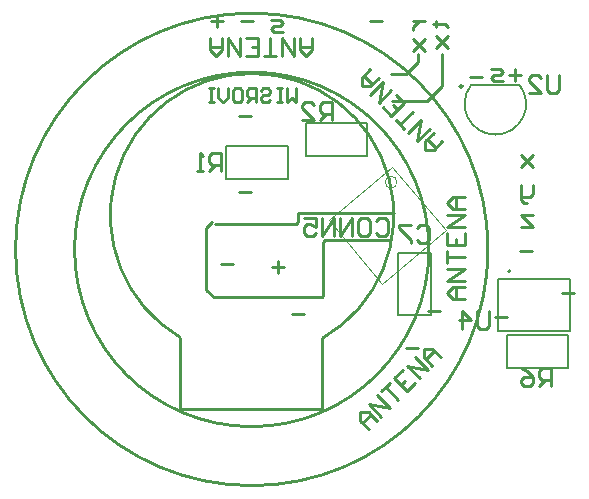
<source format=gbo>
G04 Layer_Color=32896*
%FSLAX24Y24*%
%MOIN*%
G70*
G01*
G75*
%ADD16C,0.0100*%
%ADD17C,0.0079*%
%ADD18C,0.0039*%
%ADD19C,0.0050*%
%ADD32C,0.0098*%
D16*
X4388Y1599D02*
G03*
X-380Y1625I-2362J4092D01*
G01*
X9890Y4550D02*
G03*
X9890Y4550I-7874J0D01*
G01*
X7921D02*
G03*
X7921Y4550I-5906J0D01*
G01*
X8350Y10000D02*
Y11050D01*
X7850Y9500D02*
X8350Y10000D01*
X6700Y9500D02*
X7850D01*
X7550Y10800D02*
Y11050D01*
X7150Y10400D02*
X7550Y10800D01*
X6650Y10400D02*
X7150D01*
X500Y5250D02*
X700Y5450D01*
X500Y3200D02*
Y5250D01*
Y3200D02*
X750Y2950D01*
X4350D01*
X4400Y3000D01*
Y4798D01*
X4452Y4850D01*
X6650D01*
X3562Y5750D02*
X6750D01*
X3550Y5738D02*
X3562Y5750D01*
X3550Y5450D02*
Y5738D01*
X3500Y5400D02*
X3550Y5450D01*
X800Y5400D02*
X3500D01*
X4359Y-762D02*
Y1600D01*
X-366Y-762D02*
X4359D01*
X-366D02*
Y1600D01*
X7526Y5260D02*
X7626Y5360D01*
X7826D01*
X7926Y5260D01*
Y4860D01*
X7826Y4760D01*
X7626D01*
X7526Y4860D01*
X7326Y5360D02*
X6926D01*
Y5260D01*
X7326Y4860D01*
Y4760D01*
X6150Y5500D02*
X6250Y5600D01*
X6450D01*
X6550Y5500D01*
Y5100D01*
X6450Y5000D01*
X6250D01*
X6150Y5100D01*
X5650Y5600D02*
X5850D01*
X5950Y5500D01*
Y5100D01*
X5850Y5000D01*
X5650D01*
X5550Y5100D01*
Y5500D01*
X5650Y5600D01*
X5350Y5000D02*
Y5600D01*
X4951Y5000D01*
Y5600D01*
X4751Y5000D02*
Y5600D01*
X4351Y5000D01*
Y5600D01*
X3751D02*
X4151D01*
Y5300D01*
X3951Y5400D01*
X3851D01*
X3751Y5300D01*
Y5100D01*
X3851Y5000D01*
X4051D01*
X4151Y5100D01*
X9934Y2500D02*
Y2000D01*
X9834Y1900D01*
X9634D01*
X9534Y2000D01*
Y2500D01*
X9035Y1900D02*
Y2500D01*
X9334Y2200D01*
X8935D01*
X11984Y0D02*
Y600D01*
X11684D01*
X11584Y500D01*
Y300D01*
X11684Y200D01*
X11984D01*
X11784D02*
X11584Y0D01*
X10985Y600D02*
X11185Y500D01*
X11384Y300D01*
Y100D01*
X11284Y0D01*
X11085D01*
X10985Y100D01*
Y200D01*
X11085Y300D01*
X11384D01*
X4700Y8850D02*
Y9450D01*
X4400D01*
X4300Y9350D01*
Y9150D01*
X4400Y9050D01*
X4700D01*
X4500D02*
X4300Y8850D01*
X3700D02*
X4100D01*
X3700Y9250D01*
Y9350D01*
X3800Y9450D01*
X4000D01*
X4100Y9350D01*
X1000Y7150D02*
Y7750D01*
X700D01*
X600Y7650D01*
Y7450D01*
X700Y7350D01*
X1000D01*
X800D02*
X600Y7150D01*
X400D02*
X200D01*
X300D01*
Y7750D01*
X400Y7650D01*
X12250Y10350D02*
Y9850D01*
X12150Y9750D01*
X11950D01*
X11850Y9850D01*
Y10350D01*
X11250Y9750D02*
X11650D01*
X11250Y10150D01*
Y10250D01*
X11350Y10350D01*
X11550D01*
X11650Y10250D01*
X3500Y9922D02*
Y9450D01*
X3343Y9607D01*
X3185Y9450D01*
Y9922D01*
X3028D02*
X2870D01*
X2949D01*
Y9450D01*
X3028D01*
X2870D01*
X2319Y9844D02*
X2398Y9922D01*
X2555D01*
X2634Y9844D01*
Y9765D01*
X2555Y9686D01*
X2398D01*
X2319Y9607D01*
Y9529D01*
X2398Y9450D01*
X2555D01*
X2634Y9529D01*
X2162Y9450D02*
Y9922D01*
X1926D01*
X1847Y9844D01*
Y9686D01*
X1926Y9607D01*
X2162D01*
X2004D02*
X1847Y9450D01*
X1453Y9922D02*
X1611D01*
X1690Y9844D01*
Y9529D01*
X1611Y9450D01*
X1453D01*
X1375Y9529D01*
Y9844D01*
X1453Y9922D01*
X1217D02*
Y9607D01*
X1060Y9450D01*
X902Y9607D01*
Y9922D01*
X745D02*
X588D01*
X666D01*
Y9450D01*
X745D01*
X588D01*
X6350Y12150D02*
X5950D01*
X8050Y12050D02*
X8150D01*
Y12150D01*
Y11950D01*
Y12050D01*
X8450D01*
X8550Y11950D01*
X8150Y11650D02*
X8550Y11250D01*
X8350Y11450D01*
X8150Y11250D01*
X8550Y11650D01*
X7400Y12150D02*
X7800D01*
X7600D01*
X7500Y12050D01*
X7400Y11950D01*
Y11850D01*
Y11550D02*
X7800Y11150D01*
X7600Y11350D01*
X7400Y11150D01*
X7800Y11550D01*
X3050Y11800D02*
X2750D01*
X2650Y11900D01*
X2750Y12000D01*
X2950D01*
X3050Y12100D01*
X2950Y12200D01*
X2650D01*
X650Y12150D02*
X1050D01*
X850Y12350D02*
Y11950D01*
X1650Y12150D02*
X2050D01*
X3350Y2400D02*
X3750D01*
X2700Y3950D02*
X3100D01*
X2900Y4150D02*
Y3750D01*
X1000Y4050D02*
X1400D01*
X7900Y2500D02*
X8300D01*
X1600Y9000D02*
X2000D01*
X1600Y6450D02*
X2000D01*
X7150Y1250D02*
X7550D01*
X10124Y2300D02*
X10524D01*
X12350Y3100D02*
X12750D01*
X11000Y7700D02*
X11400Y7300D01*
X11200Y7500D01*
X11400Y7700D01*
X11000Y7300D01*
X11400Y6700D02*
Y6400D01*
X11300Y6300D01*
X11000D01*
Y6200D01*
X11100Y6100D01*
X11200D01*
X11000Y6300D02*
Y6700D01*
X11000Y5300D02*
X11400D01*
X11000Y5700D01*
X11400D01*
X10000Y10550D02*
X10300D01*
X10400Y10450D01*
X10300Y10350D01*
X10100D01*
X10000Y10250D01*
X10100Y10150D01*
X10400D01*
X11350Y4500D02*
X10950D01*
X11000Y10350D02*
X10600D01*
X10800Y10150D02*
Y10550D01*
X9700Y10300D02*
X9300D01*
X4016Y11600D02*
Y11200D01*
X3816Y11000D01*
X3616Y11200D01*
Y11600D01*
Y11300D01*
X4016D01*
X3416Y11600D02*
Y11000D01*
X3016Y11600D01*
Y11000D01*
X2816D02*
X2416D01*
X2616D01*
Y11600D01*
X1816Y11000D02*
X2216D01*
Y11600D01*
X1816D01*
X2216Y11300D02*
X2016D01*
X1617Y11600D02*
Y11000D01*
X1217Y11600D01*
Y11000D01*
X1017Y11600D02*
Y11200D01*
X817Y11000D01*
X617Y11200D01*
Y11600D01*
Y11300D01*
X1017D01*
X9116Y2900D02*
X8716D01*
X8516Y3100D01*
X8716Y3300D01*
X9116D01*
X8816D01*
Y2900D01*
X9116Y3500D02*
X8516D01*
X9116Y3900D01*
X8516D01*
Y4100D02*
Y4499D01*
Y4300D01*
X9116D01*
X8516Y5099D02*
Y4699D01*
X9116D01*
Y5099D01*
X8816Y4699D02*
Y4899D01*
X9116Y5299D02*
X8516D01*
X9116Y5699D01*
X8516D01*
X9116Y5899D02*
X8716D01*
X8516Y6099D01*
X8716Y6299D01*
X9116D01*
X8816D01*
Y5899D01*
X8366Y8150D02*
X8083Y7867D01*
X7800D01*
X7800Y8150D01*
X8083Y8433D01*
X7871Y8221D01*
X8154Y7938D01*
X7942Y8574D02*
X7517Y8150D01*
X7659Y8857D01*
X7235Y8433D01*
X7093Y8574D02*
X6811Y8857D01*
X6952Y8716D01*
X7376Y9140D01*
X6386Y9281D02*
X6669Y8998D01*
X7093Y9422D01*
X6811Y9705D01*
X6881Y9210D02*
X6740Y9352D01*
X6669Y9847D02*
X6245Y9422D01*
X6386Y10129D01*
X5962Y9705D01*
X6245Y10271D02*
X5962Y9988D01*
X5680D01*
Y10271D01*
X5962Y10553D01*
X5750Y10341D01*
X6033Y10059D01*
X5916Y-1450D02*
X5633Y-1167D01*
Y-884D01*
X5916Y-884D01*
X6198Y-1167D01*
X5986Y-955D01*
X5704Y-1238D01*
X6340Y-1026D02*
X5916Y-602D01*
X6623Y-743D01*
X6198Y-319D01*
X6340Y-178D02*
X6623Y105D01*
X6481Y-36D01*
X6905Y-460D01*
X7047Y529D02*
X6764Y247D01*
X7188Y-178D01*
X7471Y105D01*
X6976Y34D02*
X7117Y176D01*
X7612Y247D02*
X7188Y671D01*
X7895Y529D01*
X7471Y953D01*
X8036Y671D02*
X7754Y953D01*
Y1236D01*
X8036D01*
X8319Y953D01*
X8107Y1165D01*
X7824Y883D01*
D17*
X10633Y3824D02*
G03*
X10633Y3824I-39J0D01*
G01*
X9328Y10030D02*
G03*
X10941Y10030I807J-630D01*
G01*
X6883Y3754D02*
Y3912D01*
Y4424D01*
Y2376D02*
Y3203D01*
X7513Y2376D02*
X7985D01*
Y4424D01*
X6883D02*
X7985D01*
X6883Y3203D02*
Y3754D01*
Y2376D02*
X7513D01*
X1161Y7371D02*
Y8001D01*
X1987Y8001D02*
X2539Y8001D01*
X3208Y6899D02*
Y8001D01*
X1161Y6899D02*
X3208D01*
X1161D02*
Y7371D01*
Y8001D02*
X1987Y8001D01*
X2696Y8001D02*
X3208D01*
X2539D02*
X2696D01*
X5858Y7649D02*
Y8279D01*
X4480Y7649D02*
X5031D01*
X3811D02*
Y8751D01*
X5858D01*
Y8279D02*
Y8751D01*
X5031Y7649D02*
X5858D01*
X3811D02*
X4322D01*
X4480D01*
X9328Y10030D02*
X10941D01*
X12558Y599D02*
Y1229D01*
X11180Y599D02*
X11731D01*
X10511D02*
Y1701D01*
X12558D01*
Y1229D02*
Y1701D01*
X11731Y599D02*
X12558D01*
X10511D02*
X11022D01*
X11180D01*
X10633Y3824D02*
G03*
X10633Y3824I-39J0D01*
G01*
D02*
G03*
X10633Y3824I-39J0D01*
G01*
D18*
X6857Y6792D02*
G03*
X6857Y6792I-197J0D01*
G01*
X9328Y10030D02*
G03*
X10941Y10030I807J-630D01*
G01*
X4593Y5520D02*
X6704Y7291D01*
X6364Y3409D02*
X8476Y5180D01*
X6704Y7291D02*
X8476Y5180D01*
X4593Y5520D02*
X6364Y3409D01*
X9328Y10030D02*
X10941D01*
D19*
X12624Y1846D02*
Y3575D01*
X10223Y1846D02*
X12624D01*
X10223D02*
Y3575D01*
X12624D01*
X10223Y1846D02*
X12624D01*
X10223D02*
Y3575D01*
X12624D01*
Y1846D02*
Y3575D01*
X10223Y1846D02*
X12624D01*
X10223D02*
Y3575D01*
X12624D01*
Y1846D02*
Y3575D01*
D32*
X9042Y9983D02*
G03*
X9042Y9983I-49J0D01*
G01*
M02*

</source>
